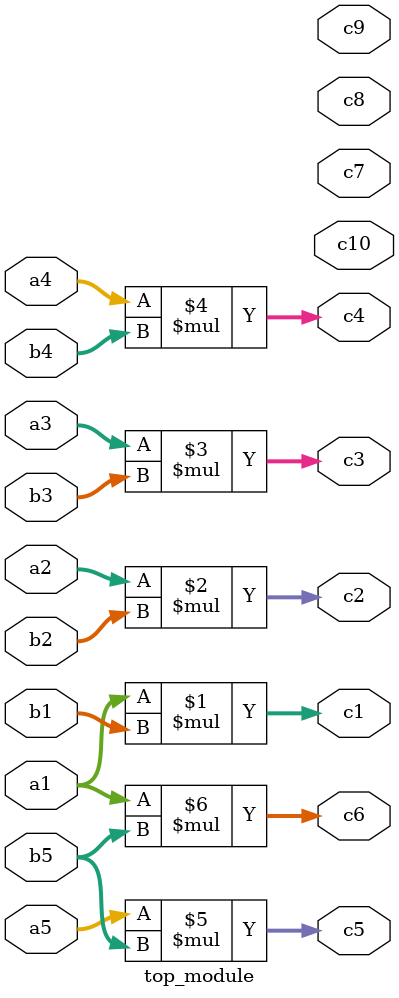
<source format=v>
module top_module
(
    
    input [4:0] a1,a2,a3,a4,a5,b1,b2,b3,b4,b5,
    output [9:0] c1,c2,c3,c4,c5,c6,c7,c8,c9,c10
   
);
  assign c1 = a1 * b1;
  assign c2 = a2 * b2;
  assign c3 = a3 * b3;
  assign c4 = a4 * b4;
  assign c5 = a5 * b5;
  assign c6 = a1 * b5; 
endmodule

</source>
